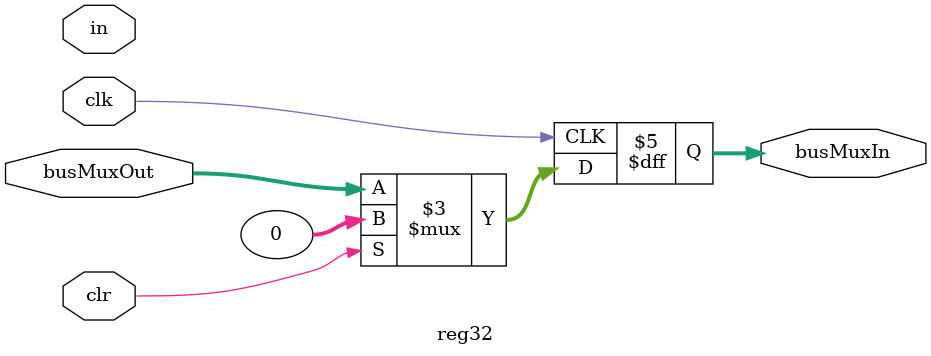
<source format=v>
module reg32 (busMuxIn, busMuxOut, clk, clr, in);
    output reg [31:0] busMuxIn;
    input [31:0] busMuxOut;
    input clk, clr, in;
    
    always@(posedge clk)
    begin
        if (clr)
            busMuxIn <= 32'h0000;
        else
            busMuxIn <= busMuxOut;
    end

endmodule
</source>
